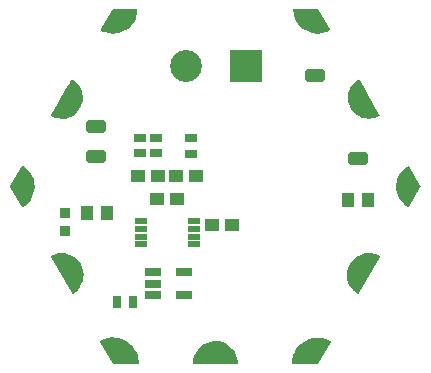
<source format=gbr>
G04 EAGLE Gerber RS-274X export*
G75*
%MOMM*%
%FSLAX34Y34*%
%LPD*%
%INSoldermask Top*%
%IPPOS*%
%AMOC8*
5,1,8,0,0,1.08239X$1,22.5*%
G01*
%ADD10R,0.901600X0.901600*%
%ADD11R,1.101600X1.201600*%
%ADD12C,0.605878*%
%ADD13C,1.101597*%
%ADD14R,1.001600X0.801600*%
%ADD15R,1.101600X0.551600*%
%ADD16R,1.371600X0.701600*%
%ADD17R,1.201600X1.101600*%
%ADD18C,2.701600*%
%ADD19R,2.701600X2.701600*%
%ADD20R,0.801600X1.001600*%

G36*
X191639Y-500D02*
X191639Y-500D01*
X191719Y-494D01*
X191748Y-480D01*
X191780Y-475D01*
X191850Y-434D01*
X191923Y-400D01*
X191946Y-377D01*
X191974Y-361D01*
X192024Y-298D01*
X192081Y-242D01*
X192095Y-212D01*
X192115Y-187D01*
X192141Y-111D01*
X192174Y-37D01*
X192178Y-1D01*
X192187Y26D01*
X192186Y74D01*
X192194Y149D01*
X192124Y1679D01*
X192116Y1713D01*
X192115Y1759D01*
X191645Y4449D01*
X191632Y4483D01*
X191625Y4532D01*
X190705Y7432D01*
X190686Y7467D01*
X190668Y7522D01*
X189588Y9702D01*
X189562Y9737D01*
X189532Y9794D01*
X187712Y12284D01*
X187681Y12314D01*
X187644Y12363D01*
X185654Y14313D01*
X185625Y14333D01*
X185592Y14366D01*
X183712Y15786D01*
X183687Y15799D01*
X183659Y15822D01*
X181879Y16902D01*
X181845Y16915D01*
X181802Y16942D01*
X179702Y17852D01*
X179668Y17860D01*
X179625Y17880D01*
X176945Y18650D01*
X176904Y18654D01*
X176846Y18670D01*
X174366Y18970D01*
X174333Y18968D01*
X174290Y18974D01*
X171530Y18974D01*
X171484Y18966D01*
X171411Y18963D01*
X168741Y18453D01*
X168714Y18443D01*
X168676Y18437D01*
X166196Y17687D01*
X166156Y17667D01*
X166092Y17645D01*
X163282Y16215D01*
X163247Y16189D01*
X163190Y16158D01*
X160330Y14018D01*
X160297Y13982D01*
X160236Y13932D01*
X158126Y11562D01*
X158107Y11530D01*
X158073Y11492D01*
X156663Y9382D01*
X156647Y9347D01*
X156617Y9301D01*
X155287Y6491D01*
X155274Y6443D01*
X155242Y6364D01*
X154482Y3104D01*
X154481Y3080D01*
X154472Y3050D01*
X154338Y2117D01*
X154338Y2116D01*
X154102Y470D01*
X154103Y454D01*
X154098Y435D01*
X154078Y205D01*
X154087Y113D01*
X154089Y20D01*
X154097Y1D01*
X154099Y-19D01*
X154139Y-102D01*
X154173Y-188D01*
X154187Y-203D01*
X154195Y-221D01*
X154262Y-285D01*
X154325Y-354D01*
X154342Y-363D01*
X154357Y-377D01*
X154442Y-414D01*
X154524Y-456D01*
X154546Y-460D01*
X154562Y-467D01*
X154613Y-470D01*
X154709Y-484D01*
X191559Y-514D01*
X191639Y-500D01*
G37*
G36*
X52352Y58988D02*
X52352Y58988D01*
X52411Y58989D01*
X52471Y59012D01*
X52514Y59021D01*
X52543Y59039D01*
X52586Y59055D01*
X53166Y59375D01*
X53198Y59400D01*
X53249Y59429D01*
X55119Y60879D01*
X55145Y60908D01*
X55187Y60940D01*
X56737Y62550D01*
X56749Y62568D01*
X56769Y62586D01*
X58279Y64416D01*
X58301Y64454D01*
X58340Y64504D01*
X59780Y67014D01*
X59793Y67050D01*
X59820Y67096D01*
X60860Y69716D01*
X60868Y69757D01*
X60889Y69814D01*
X61499Y72584D01*
X61501Y72632D01*
X61514Y72708D01*
X61574Y75818D01*
X61569Y75848D01*
X61571Y75889D01*
X61321Y78549D01*
X61309Y78595D01*
X61298Y78670D01*
X60488Y81410D01*
X60469Y81447D01*
X60452Y81505D01*
X59102Y84315D01*
X59082Y84343D01*
X59062Y84385D01*
X57722Y86455D01*
X57693Y86487D01*
X57656Y86540D01*
X55886Y88460D01*
X55852Y88486D01*
X55808Y88531D01*
X53768Y90111D01*
X53742Y90125D01*
X53712Y90150D01*
X52182Y91090D01*
X52154Y91101D01*
X52120Y91124D01*
X49870Y92184D01*
X49833Y92194D01*
X49786Y92216D01*
X47896Y92796D01*
X47874Y92799D01*
X47849Y92809D01*
X45839Y93259D01*
X45811Y93260D01*
X45777Y93270D01*
X44057Y93480D01*
X44015Y93477D01*
X43956Y93484D01*
X41886Y93404D01*
X41859Y93398D01*
X41824Y93398D01*
X40134Y93168D01*
X40112Y93161D01*
X40081Y93159D01*
X38031Y92699D01*
X37995Y92684D01*
X37941Y92671D01*
X36031Y91931D01*
X36011Y91919D01*
X36006Y91917D01*
X36003Y91917D01*
X36002Y91916D01*
X35982Y91910D01*
X34285Y91080D01*
X34256Y91076D01*
X34192Y91053D01*
X34126Y91039D01*
X34087Y91015D01*
X34044Y91000D01*
X33993Y90957D01*
X33935Y90921D01*
X33907Y90885D01*
X33873Y90856D01*
X33839Y90797D01*
X33798Y90744D01*
X33784Y90700D01*
X33762Y90661D01*
X33751Y90594D01*
X33731Y90530D01*
X33733Y90484D01*
X33726Y90439D01*
X33739Y90373D01*
X33742Y90306D01*
X33762Y90257D01*
X33769Y90219D01*
X33790Y90185D01*
X33812Y90131D01*
X51732Y59291D01*
X51770Y59246D01*
X51800Y59196D01*
X51842Y59162D01*
X51877Y59120D01*
X51928Y59092D01*
X51974Y59055D01*
X52025Y59037D01*
X52073Y59011D01*
X52131Y59002D01*
X52186Y58983D01*
X52241Y58984D01*
X52294Y58976D01*
X52352Y58988D01*
G37*
G36*
X294197Y59041D02*
X294197Y59041D01*
X294221Y59040D01*
X294306Y59065D01*
X294393Y59084D01*
X294413Y59097D01*
X294436Y59104D01*
X294507Y59157D01*
X294582Y59205D01*
X294598Y59226D01*
X294615Y59239D01*
X294642Y59281D01*
X294699Y59352D01*
X312579Y90162D01*
X312609Y90246D01*
X312646Y90329D01*
X312647Y90351D01*
X312655Y90373D01*
X312654Y90463D01*
X312660Y90553D01*
X312654Y90574D01*
X312653Y90597D01*
X312621Y90681D01*
X312595Y90767D01*
X312582Y90786D01*
X312574Y90807D01*
X312514Y90874D01*
X312460Y90946D01*
X312439Y90960D01*
X312426Y90976D01*
X312382Y91000D01*
X312305Y91052D01*
X310995Y91682D01*
X310978Y91686D01*
X310960Y91697D01*
X309370Y92347D01*
X309345Y92352D01*
X309315Y92367D01*
X307745Y92847D01*
X307718Y92850D01*
X307685Y92862D01*
X305945Y93212D01*
X305920Y93212D01*
X305890Y93220D01*
X303990Y93430D01*
X303959Y93428D01*
X303920Y93434D01*
X302260Y93434D01*
X302229Y93429D01*
X302187Y93430D01*
X300127Y93190D01*
X300099Y93182D01*
X300061Y93179D01*
X298191Y92759D01*
X298159Y92745D01*
X298113Y92736D01*
X296163Y92026D01*
X296142Y92014D01*
X296112Y92005D01*
X294162Y91095D01*
X294129Y91072D01*
X294078Y91048D01*
X292158Y89768D01*
X292133Y89743D01*
X292092Y89717D01*
X290332Y88177D01*
X290319Y88160D01*
X290297Y88144D01*
X288827Y86644D01*
X288800Y86605D01*
X288751Y86550D01*
X287331Y84400D01*
X287316Y84364D01*
X287286Y84321D01*
X286286Y82201D01*
X286279Y82174D01*
X286262Y82143D01*
X285422Y79783D01*
X285417Y79748D01*
X285400Y79703D01*
X284840Y77083D01*
X284838Y77040D01*
X284826Y76978D01*
X284716Y74528D01*
X284722Y74490D01*
X284719Y74437D01*
X284999Y71647D01*
X285008Y71617D01*
X285008Y71590D01*
X285016Y71570D01*
X285023Y71528D01*
X285773Y69028D01*
X285785Y69002D01*
X285794Y68966D01*
X286664Y66876D01*
X286685Y66845D01*
X286704Y66797D01*
X288004Y64597D01*
X288030Y64567D01*
X288058Y64520D01*
X289898Y62260D01*
X289933Y62230D01*
X289978Y62178D01*
X290584Y61659D01*
X290600Y61621D01*
X290617Y61603D01*
X290626Y61586D01*
X290677Y61535D01*
X290725Y61482D01*
X292355Y60132D01*
X292378Y60119D01*
X292402Y60096D01*
X293792Y59146D01*
X293873Y59110D01*
X293951Y59068D01*
X293975Y59064D01*
X293997Y59055D01*
X294085Y59049D01*
X294174Y59036D01*
X294197Y59041D01*
G37*
G36*
X107581Y-484D02*
X107581Y-484D01*
X107662Y-470D01*
X107744Y-463D01*
X107772Y-450D01*
X107801Y-444D01*
X107872Y-402D01*
X107947Y-367D01*
X107968Y-346D01*
X107994Y-330D01*
X108046Y-266D01*
X108104Y-207D01*
X108117Y-179D01*
X108136Y-156D01*
X108162Y-78D01*
X108196Y-2D01*
X108199Y32D01*
X108207Y57D01*
X108206Y106D01*
X108213Y184D01*
X108093Y2394D01*
X108088Y2417D01*
X108088Y2447D01*
X107778Y4697D01*
X107769Y4725D01*
X107765Y4765D01*
X107265Y6755D01*
X107254Y6779D01*
X107248Y6812D01*
X106578Y8702D01*
X106565Y8725D01*
X106555Y8758D01*
X105645Y10708D01*
X105631Y10728D01*
X105620Y10756D01*
X104670Y12406D01*
X104649Y12431D01*
X104629Y12469D01*
X103229Y14349D01*
X103208Y14368D01*
X103187Y14399D01*
X101807Y15899D01*
X101785Y15916D01*
X101761Y15944D01*
X100411Y17144D01*
X100400Y17151D01*
X100388Y17164D01*
X99198Y18124D01*
X99166Y18141D01*
X99128Y18173D01*
X97608Y19093D01*
X97592Y19099D01*
X97574Y19112D01*
X96004Y19932D01*
X95982Y19939D01*
X95958Y19954D01*
X93938Y20814D01*
X93910Y20820D01*
X93874Y20837D01*
X91834Y21457D01*
X91806Y21460D01*
X91770Y21473D01*
X89340Y21943D01*
X89304Y21943D01*
X89256Y21953D01*
X86806Y22093D01*
X86781Y22090D01*
X86748Y22094D01*
X84738Y22024D01*
X84710Y22018D01*
X84672Y22018D01*
X82822Y21758D01*
X82797Y21750D01*
X82764Y21747D01*
X80994Y21327D01*
X80975Y21319D01*
X80949Y21315D01*
X79299Y20795D01*
X79279Y20784D01*
X79250Y20777D01*
X77540Y20077D01*
X77513Y20060D01*
X77475Y20046D01*
X75645Y19042D01*
X75596Y19017D01*
X75526Y18965D01*
X75452Y18918D01*
X75437Y18898D01*
X75417Y18883D01*
X75369Y18810D01*
X75316Y18740D01*
X75309Y18716D01*
X75295Y18695D01*
X75276Y18609D01*
X75250Y18525D01*
X75252Y18500D01*
X75246Y18476D01*
X75258Y18389D01*
X75263Y18301D01*
X75274Y18275D01*
X75277Y18253D01*
X75301Y18209D01*
X75334Y18128D01*
X86144Y-192D01*
X86150Y-200D01*
X86154Y-209D01*
X86223Y-285D01*
X86290Y-362D01*
X86299Y-367D01*
X86306Y-374D01*
X86397Y-421D01*
X86487Y-471D01*
X86496Y-472D01*
X86505Y-477D01*
X86691Y-504D01*
X107581Y-484D01*
G37*
G36*
X259732Y-502D02*
X259732Y-502D01*
X259744Y-504D01*
X259842Y-482D01*
X259941Y-465D01*
X259951Y-458D01*
X259963Y-456D01*
X260048Y-401D01*
X260134Y-351D01*
X260142Y-341D01*
X260152Y-334D01*
X260269Y-188D01*
X270779Y17972D01*
X270805Y18043D01*
X270838Y18111D01*
X270842Y18148D01*
X270855Y18183D01*
X270855Y18259D01*
X270863Y18334D01*
X270854Y18370D01*
X270853Y18408D01*
X270826Y18478D01*
X270808Y18551D01*
X270787Y18582D01*
X270773Y18617D01*
X270724Y18674D01*
X270681Y18736D01*
X270647Y18762D01*
X270625Y18786D01*
X270585Y18808D01*
X270531Y18848D01*
X269231Y19548D01*
X269212Y19555D01*
X269191Y19568D01*
X266971Y20568D01*
X266932Y20578D01*
X266882Y20601D01*
X264322Y21321D01*
X264297Y21323D01*
X264266Y21334D01*
X262276Y21704D01*
X262243Y21704D01*
X262200Y21713D01*
X259840Y21863D01*
X259815Y21860D01*
X259783Y21864D01*
X257523Y21804D01*
X257482Y21796D01*
X257423Y21793D01*
X254963Y21333D01*
X254942Y21325D01*
X254914Y21322D01*
X252154Y20572D01*
X252115Y20554D01*
X252056Y20537D01*
X249636Y19427D01*
X249607Y19407D01*
X249565Y19389D01*
X247555Y18139D01*
X247531Y18117D01*
X247495Y18096D01*
X245425Y16446D01*
X245406Y16425D01*
X245376Y16403D01*
X243446Y14513D01*
X243422Y14479D01*
X243378Y14435D01*
X241568Y11965D01*
X241552Y11930D01*
X241520Y11888D01*
X240190Y9388D01*
X240179Y9353D01*
X240155Y9310D01*
X239015Y6230D01*
X239008Y6191D01*
X238989Y6138D01*
X238319Y2888D01*
X238318Y2856D01*
X238308Y2813D01*
X238118Y563D01*
X238120Y540D01*
X238116Y510D01*
X238116Y140D01*
X238127Y75D01*
X238129Y10D01*
X238147Y-34D01*
X238155Y-81D01*
X238189Y-137D01*
X238213Y-198D01*
X238245Y-233D01*
X238270Y-274D01*
X238320Y-315D01*
X238365Y-364D01*
X238407Y-386D01*
X238444Y-415D01*
X238506Y-436D01*
X238564Y-466D01*
X238619Y-475D01*
X238656Y-487D01*
X238695Y-486D01*
X238750Y-494D01*
X259720Y-504D01*
X259732Y-502D01*
G37*
G36*
X45572Y207407D02*
X45572Y207407D01*
X45613Y207417D01*
X45672Y207422D01*
X48022Y207962D01*
X48051Y207974D01*
X48091Y207982D01*
X50271Y208752D01*
X50304Y208770D01*
X50352Y208787D01*
X52322Y209807D01*
X52350Y209828D01*
X52393Y209850D01*
X54243Y211140D01*
X54269Y211166D01*
X54310Y211194D01*
X55980Y212734D01*
X56002Y212763D01*
X56038Y212795D01*
X57918Y215065D01*
X57941Y215105D01*
X57983Y215160D01*
X59413Y217710D01*
X59414Y217711D01*
X59414Y217712D01*
X59428Y217753D01*
X59460Y217813D01*
X60330Y220333D01*
X60335Y220369D01*
X60352Y220416D01*
X60792Y222626D01*
X60793Y222660D01*
X60803Y222705D01*
X60953Y224835D01*
X60949Y224871D01*
X60953Y224920D01*
X60823Y226970D01*
X60817Y226995D01*
X60817Y227027D01*
X60587Y228507D01*
X60577Y228535D01*
X60573Y228573D01*
X60033Y230603D01*
X60018Y230635D01*
X60006Y230682D01*
X59206Y232622D01*
X59192Y232644D01*
X59181Y232676D01*
X58411Y234136D01*
X58389Y234164D01*
X58367Y234207D01*
X56927Y236237D01*
X56906Y236258D01*
X56884Y236291D01*
X55684Y237641D01*
X55655Y237664D01*
X55622Y237703D01*
X54192Y238923D01*
X54173Y238933D01*
X54154Y238952D01*
X52964Y239822D01*
X52952Y239828D01*
X52939Y239840D01*
X52089Y240400D01*
X52010Y240434D01*
X51934Y240474D01*
X51907Y240478D01*
X51883Y240488D01*
X51797Y240492D01*
X51711Y240504D01*
X51685Y240498D01*
X51659Y240499D01*
X51576Y240473D01*
X51492Y240454D01*
X51470Y240439D01*
X51445Y240431D01*
X51377Y240378D01*
X51305Y240331D01*
X51286Y240308D01*
X51268Y240293D01*
X51242Y240251D01*
X51189Y240184D01*
X49829Y237794D01*
X46229Y231464D01*
X46228Y231462D01*
X46227Y231461D01*
X40169Y220685D01*
X36790Y214817D01*
X36789Y214814D01*
X36787Y214811D01*
X34307Y210401D01*
X34292Y210357D01*
X34268Y210318D01*
X34255Y210252D01*
X34234Y210189D01*
X34235Y210143D01*
X34226Y210097D01*
X34237Y210031D01*
X34238Y209965D01*
X34255Y209922D01*
X34263Y209876D01*
X34296Y209818D01*
X34321Y209756D01*
X34352Y209722D01*
X34375Y209681D01*
X34426Y209639D01*
X34471Y209589D01*
X34512Y209568D01*
X34547Y209538D01*
X34626Y209508D01*
X34670Y209485D01*
X34693Y209482D01*
X34722Y209471D01*
X34726Y209470D01*
X35588Y209003D01*
X35617Y208993D01*
X35653Y208972D01*
X37913Y208062D01*
X37955Y208053D01*
X38011Y208031D01*
X40421Y207491D01*
X40454Y207490D01*
X40497Y207479D01*
X42917Y207239D01*
X42960Y207242D01*
X43022Y207237D01*
X45572Y207407D01*
G37*
G36*
X303378Y207272D02*
X303378Y207272D01*
X303436Y207268D01*
X305706Y207468D01*
X305735Y207476D01*
X305776Y207478D01*
X307806Y207888D01*
X307838Y207901D01*
X307884Y207909D01*
X309684Y208519D01*
X309707Y208532D01*
X309741Y208542D01*
X311821Y209482D01*
X311899Y209536D01*
X311980Y209585D01*
X311991Y209599D01*
X312006Y209609D01*
X312061Y209687D01*
X312119Y209761D01*
X312125Y209778D01*
X312135Y209793D01*
X312159Y209884D01*
X312188Y209974D01*
X312188Y209992D01*
X312192Y210010D01*
X312183Y210104D01*
X312179Y210198D01*
X312172Y210217D01*
X312170Y210233D01*
X312148Y210278D01*
X312112Y210373D01*
X295222Y240143D01*
X295184Y240189D01*
X295154Y240240D01*
X295112Y240274D01*
X295078Y240315D01*
X295026Y240345D01*
X294980Y240383D01*
X294930Y240401D01*
X294884Y240427D01*
X294825Y240437D01*
X294768Y240457D01*
X294715Y240455D01*
X294662Y240464D01*
X294604Y240453D01*
X294544Y240452D01*
X294494Y240432D01*
X294442Y240422D01*
X294391Y240391D01*
X294336Y240369D01*
X294287Y240328D01*
X294250Y240305D01*
X294229Y240278D01*
X294193Y240248D01*
X294190Y240245D01*
X293409Y239787D01*
X293387Y239768D01*
X293352Y239750D01*
X292232Y238920D01*
X292218Y238904D01*
X292195Y238889D01*
X290615Y237519D01*
X290593Y237493D01*
X290557Y237463D01*
X289447Y236223D01*
X289434Y236201D01*
X289409Y236176D01*
X288289Y234656D01*
X288274Y234625D01*
X288245Y234587D01*
X287165Y232637D01*
X287154Y232603D01*
X287129Y232561D01*
X286359Y230591D01*
X286354Y230562D01*
X286338Y230526D01*
X285818Y228606D01*
X285815Y228572D01*
X285802Y228528D01*
X285432Y225898D01*
X285434Y225854D01*
X285426Y225790D01*
X285486Y223910D01*
X285491Y223885D01*
X285490Y223853D01*
X285740Y221803D01*
X285751Y221769D01*
X285756Y221720D01*
X286296Y219650D01*
X286309Y219623D01*
X286317Y219584D01*
X286987Y217824D01*
X287006Y217794D01*
X287022Y217748D01*
X288202Y215568D01*
X288225Y215540D01*
X288248Y215496D01*
X289918Y213206D01*
X289954Y213171D01*
X290015Y213101D01*
X292865Y210631D01*
X292899Y210610D01*
X292941Y210574D01*
X295141Y209184D01*
X295184Y209167D01*
X295244Y209131D01*
X297634Y208171D01*
X297666Y208165D01*
X297707Y208147D01*
X300147Y207497D01*
X300194Y207493D01*
X300267Y207477D01*
X303337Y207267D01*
X303378Y207272D01*
G37*
G36*
X87674Y279320D02*
X87674Y279320D01*
X87706Y279318D01*
X89406Y279468D01*
X89433Y279476D01*
X89471Y279477D01*
X91021Y279777D01*
X91037Y279784D01*
X91060Y279786D01*
X93360Y280386D01*
X93393Y280402D01*
X93442Y280414D01*
X95142Y281114D01*
X95159Y281125D01*
X95184Y281133D01*
X96884Y281983D01*
X96913Y282005D01*
X96958Y282026D01*
X99008Y283426D01*
X99024Y283442D01*
X99048Y283456D01*
X100598Y284706D01*
X100618Y284729D01*
X100648Y284752D01*
X101948Y286052D01*
X101969Y286081D01*
X102004Y286115D01*
X103454Y288015D01*
X103465Y288037D01*
X103486Y288060D01*
X104786Y290110D01*
X104799Y290144D01*
X104826Y290185D01*
X105676Y292035D01*
X105682Y292058D01*
X105697Y292085D01*
X106347Y293885D01*
X106352Y293918D01*
X106369Y293961D01*
X106819Y295961D01*
X106820Y295983D01*
X106828Y296010D01*
X107078Y297760D01*
X107077Y297783D01*
X107083Y297812D01*
X107182Y299436D01*
X107227Y299757D01*
X107237Y299787D01*
X107236Y299844D01*
X107244Y299901D01*
X107232Y299956D01*
X107231Y300011D01*
X107209Y300064D01*
X107197Y300121D01*
X107167Y300168D01*
X107146Y300219D01*
X107107Y300261D01*
X107076Y300310D01*
X107032Y300343D01*
X106995Y300384D01*
X106943Y300411D01*
X106897Y300445D01*
X106844Y300461D01*
X106795Y300487D01*
X106726Y300497D01*
X106682Y300510D01*
X106651Y300508D01*
X106610Y300514D01*
X86760Y300504D01*
X86746Y300502D01*
X86732Y300504D01*
X86636Y300482D01*
X86539Y300464D01*
X86527Y300457D01*
X86513Y300454D01*
X86431Y300401D01*
X86346Y300350D01*
X86337Y300340D01*
X86325Y300332D01*
X86209Y300185D01*
X76299Y282845D01*
X76280Y282789D01*
X76251Y282737D01*
X76242Y282684D01*
X76224Y282633D01*
X76225Y282574D01*
X76216Y282516D01*
X76227Y282463D01*
X76227Y282409D01*
X76249Y282354D01*
X76261Y282296D01*
X76289Y282250D01*
X76309Y282200D01*
X76348Y282155D01*
X76379Y282105D01*
X76428Y282065D01*
X76457Y282032D01*
X76488Y282016D01*
X76524Y281986D01*
X76574Y281956D01*
X76599Y281946D01*
X76629Y281927D01*
X78529Y281027D01*
X78548Y281022D01*
X78570Y281009D01*
X80370Y280309D01*
X80397Y280304D01*
X80430Y280289D01*
X82230Y279789D01*
X82256Y279787D01*
X82287Y279776D01*
X83937Y279476D01*
X83961Y279476D01*
X83993Y279468D01*
X85643Y279318D01*
X85668Y279321D01*
X85700Y279316D01*
X87650Y279316D01*
X87674Y279320D01*
G37*
G36*
X260725Y279340D02*
X260725Y279340D01*
X260757Y279338D01*
X262407Y279488D01*
X262431Y279495D01*
X262463Y279496D01*
X264113Y279796D01*
X264137Y279805D01*
X264170Y279809D01*
X265970Y280309D01*
X265995Y280321D01*
X266030Y280329D01*
X267830Y281029D01*
X267847Y281039D01*
X267872Y281047D01*
X269772Y281947D01*
X269794Y281963D01*
X269826Y281976D01*
X269876Y282006D01*
X269921Y282045D01*
X269971Y282076D01*
X270005Y282118D01*
X270045Y282154D01*
X270073Y282206D01*
X270110Y282252D01*
X270127Y282304D01*
X270152Y282351D01*
X270161Y282409D01*
X270179Y282466D01*
X270176Y282520D01*
X270184Y282573D01*
X270171Y282631D01*
X270169Y282690D01*
X270145Y282750D01*
X270136Y282792D01*
X270117Y282822D01*
X270101Y282865D01*
X260191Y300205D01*
X260182Y300215D01*
X260177Y300228D01*
X260110Y300301D01*
X260047Y300377D01*
X260035Y300384D01*
X260025Y300394D01*
X259938Y300439D01*
X259852Y300488D01*
X259838Y300490D01*
X259826Y300496D01*
X259640Y300524D01*
X239790Y300534D01*
X239736Y300525D01*
X239681Y300525D01*
X239626Y300505D01*
X239569Y300495D01*
X239522Y300467D01*
X239470Y300448D01*
X239426Y300410D01*
X239376Y300381D01*
X239341Y300338D01*
X239299Y300302D01*
X239271Y300251D01*
X239235Y300207D01*
X239217Y300154D01*
X239190Y300106D01*
X239181Y300049D01*
X239163Y299994D01*
X239164Y299939D01*
X239156Y299884D01*
X239168Y299816D01*
X239169Y299770D01*
X239176Y299753D01*
X239218Y299456D01*
X239317Y297832D01*
X239322Y297809D01*
X239322Y297780D01*
X239572Y296030D01*
X239579Y296009D01*
X239581Y295981D01*
X240031Y293981D01*
X240044Y293949D01*
X240053Y293905D01*
X240703Y292105D01*
X240715Y292084D01*
X240724Y292055D01*
X241574Y290205D01*
X241594Y290175D01*
X241614Y290130D01*
X242914Y288080D01*
X242931Y288062D01*
X242946Y288035D01*
X244396Y286135D01*
X244422Y286111D01*
X244452Y286072D01*
X245752Y284772D01*
X245776Y284755D01*
X245802Y284726D01*
X247352Y283476D01*
X247372Y283466D01*
X247392Y283446D01*
X249442Y282046D01*
X249476Y282031D01*
X249516Y282003D01*
X251216Y281153D01*
X251236Y281147D01*
X251259Y281134D01*
X252959Y280434D01*
X252994Y280426D01*
X253040Y280406D01*
X255340Y279806D01*
X255358Y279805D01*
X255379Y279797D01*
X256929Y279497D01*
X256958Y279497D01*
X256994Y279488D01*
X258694Y279338D01*
X258719Y279340D01*
X258750Y279336D01*
X260700Y279336D01*
X260725Y279340D01*
G37*
G36*
X336705Y132562D02*
X336705Y132562D01*
X336732Y132561D01*
X336813Y132587D01*
X336897Y132606D01*
X336920Y132621D01*
X336946Y132629D01*
X337013Y132681D01*
X337085Y132728D01*
X337104Y132752D01*
X337123Y132767D01*
X337149Y132809D01*
X337201Y132875D01*
X346791Y149655D01*
X346793Y149662D01*
X346797Y149667D01*
X346831Y149768D01*
X346866Y149867D01*
X346866Y149874D01*
X346868Y149880D01*
X346864Y149986D01*
X346863Y150091D01*
X346860Y150098D01*
X346860Y150104D01*
X346793Y150280D01*
X337431Y167008D01*
X337431Y167021D01*
X337409Y167075D01*
X337396Y167132D01*
X337367Y167178D01*
X337346Y167228D01*
X337307Y167271D01*
X337276Y167321D01*
X337232Y167354D01*
X337195Y167394D01*
X337143Y167421D01*
X337096Y167456D01*
X337044Y167472D01*
X336995Y167497D01*
X336926Y167507D01*
X336881Y167520D01*
X336850Y167518D01*
X336810Y167524D01*
X336770Y167524D01*
X336768Y167524D01*
X336766Y167524D01*
X336671Y167507D01*
X336658Y167506D01*
X336651Y167503D01*
X336549Y167485D01*
X336547Y167484D01*
X336545Y167483D01*
X336451Y167426D01*
X336356Y167370D01*
X336355Y167369D01*
X336353Y167368D01*
X336334Y167344D01*
X335114Y166614D01*
X335095Y166598D01*
X335067Y166583D01*
X333447Y165403D01*
X333434Y165389D01*
X333423Y165383D01*
X333417Y165375D01*
X333395Y165361D01*
X332145Y164231D01*
X332125Y164205D01*
X332092Y164177D01*
X330652Y162527D01*
X330644Y162514D01*
X330631Y162501D01*
X329731Y161351D01*
X329714Y161320D01*
X329685Y161284D01*
X328585Y159434D01*
X328576Y159411D01*
X328559Y159386D01*
X327859Y157936D01*
X327853Y157914D01*
X327839Y157889D01*
X327079Y155929D01*
X327073Y155898D01*
X327056Y155860D01*
X326626Y154210D01*
X326624Y154177D01*
X326611Y154135D01*
X326241Y151385D01*
X326243Y151351D01*
X326236Y151306D01*
X326216Y149346D01*
X326221Y149316D01*
X326219Y149276D01*
X326449Y147026D01*
X326457Y146998D01*
X326459Y146959D01*
X326909Y144819D01*
X326921Y144791D01*
X326928Y144751D01*
X327608Y142691D01*
X327624Y142660D01*
X327638Y142615D01*
X328658Y140495D01*
X328673Y140475D01*
X328685Y140446D01*
X329855Y138476D01*
X329882Y138445D01*
X329913Y138394D01*
X331563Y136414D01*
X331588Y136392D01*
X331616Y136357D01*
X333216Y134857D01*
X333240Y134842D01*
X333265Y134816D01*
X334745Y133686D01*
X334763Y133677D01*
X334781Y133660D01*
X336301Y132660D01*
X336380Y132627D01*
X336455Y132586D01*
X336482Y132583D01*
X336508Y132572D01*
X336593Y132568D01*
X336678Y132556D01*
X336705Y132562D01*
G37*
G36*
X9842Y132552D02*
X9842Y132552D01*
X9925Y132560D01*
X9955Y132574D01*
X9980Y132579D01*
X10022Y132605D01*
X10096Y132638D01*
X11526Y133568D01*
X11549Y133590D01*
X11586Y133612D01*
X13726Y135392D01*
X13743Y135413D01*
X13771Y135434D01*
X15321Y137004D01*
X15338Y137029D01*
X15367Y137056D01*
X16697Y138736D01*
X16718Y138775D01*
X16756Y138824D01*
X16966Y139206D01*
X17314Y139840D01*
X17314Y139841D01*
X17663Y140475D01*
X17916Y140934D01*
X17923Y140955D01*
X17937Y140977D01*
X19047Y143417D01*
X19058Y143458D01*
X19082Y143513D01*
X19832Y146253D01*
X19836Y146299D01*
X19852Y146371D01*
X20122Y149821D01*
X20119Y149852D01*
X20124Y149894D01*
X20024Y152564D01*
X20014Y152611D01*
X20007Y152687D01*
X19247Y155887D01*
X19232Y155921D01*
X19221Y155970D01*
X18171Y158670D01*
X18150Y158705D01*
X18128Y158760D01*
X16698Y161210D01*
X16671Y161241D01*
X16641Y161291D01*
X14411Y164021D01*
X14379Y164049D01*
X14341Y164095D01*
X12501Y165725D01*
X12470Y165744D01*
X12433Y165777D01*
X10238Y167250D01*
X10152Y167321D01*
X10146Y167324D01*
X10142Y167328D01*
X10049Y167378D01*
X9956Y167430D01*
X9950Y167431D01*
X9944Y167434D01*
X9839Y167448D01*
X9734Y167464D01*
X9728Y167463D01*
X9722Y167464D01*
X9619Y167440D01*
X9514Y167419D01*
X9509Y167416D01*
X9503Y167414D01*
X9415Y167357D01*
X9324Y167300D01*
X9320Y167295D01*
X9315Y167292D01*
X9199Y167145D01*
X-411Y150315D01*
X-414Y150306D01*
X-420Y150298D01*
X-452Y150200D01*
X-486Y150103D01*
X-486Y150094D01*
X-489Y150084D01*
X-484Y149981D01*
X-483Y149879D01*
X-479Y149870D01*
X-479Y149860D01*
X-411Y149686D01*
X9199Y132856D01*
X9253Y132791D01*
X9301Y132722D01*
X9325Y132706D01*
X9343Y132683D01*
X9416Y132642D01*
X9485Y132594D01*
X9513Y132587D01*
X9538Y132572D01*
X9621Y132559D01*
X9702Y132538D01*
X9731Y132541D01*
X9759Y132536D01*
X9842Y132552D01*
G37*
D10*
X46200Y127020D03*
X46200Y112020D03*
D11*
X285813Y138570D03*
X302813Y138570D03*
X64370Y127520D03*
X81370Y127520D03*
D12*
X76825Y172921D02*
X65867Y172921D01*
X65867Y177879D01*
X76825Y177879D01*
X76825Y172921D01*
X76825Y198321D02*
X65867Y198321D01*
X65867Y203279D01*
X76825Y203279D01*
X76825Y198321D01*
X251541Y241501D02*
X262499Y241501D01*
X251541Y241501D02*
X251541Y246459D01*
X262499Y246459D01*
X262499Y241501D01*
X288371Y171651D02*
X299329Y171651D01*
X288371Y171651D02*
X288371Y176609D01*
X299329Y176609D01*
X299329Y171651D01*
D13*
X296500Y220800D03*
X296500Y78800D03*
X336500Y149800D03*
X255500Y7800D03*
X173500Y7800D03*
X91500Y7800D03*
X49500Y78800D03*
X9500Y149800D03*
X50500Y220800D03*
X91500Y291800D03*
X255500Y292800D03*
D14*
X109044Y177916D03*
X109044Y190916D03*
D15*
X110460Y120386D03*
X110460Y113886D03*
X110460Y107386D03*
X110460Y100886D03*
X155350Y100886D03*
X155350Y107386D03*
X155350Y113886D03*
X155350Y120386D03*
D16*
X120188Y77212D03*
X120188Y67712D03*
X120188Y58212D03*
X146188Y58212D03*
X146188Y77212D03*
D17*
X124498Y158340D03*
X107498Y158340D03*
X140698Y139446D03*
X123698Y139446D03*
D18*
X148156Y251794D03*
D19*
X198956Y251794D03*
D17*
X170612Y117478D03*
X187612Y117478D03*
D20*
X103248Y51966D03*
X90248Y51966D03*
D14*
X152654Y190724D03*
X152654Y177724D03*
X122490Y191144D03*
X122490Y178144D03*
D17*
X156658Y158400D03*
X139658Y158400D03*
M02*

</source>
